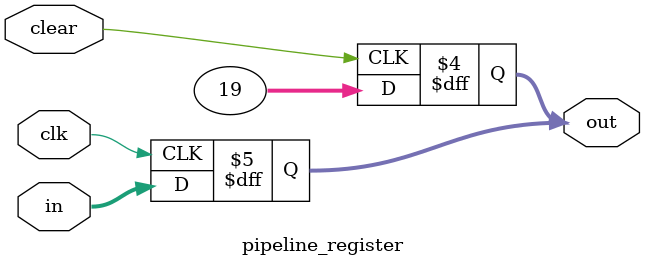
<source format=v>
module pipeline_register(clk, in, clear, out);
	input clk, clear;
	input [31:0] in;
	output reg [31:0] out;

	// is it important for PC updating?
	initial begin
		out <= 32'b00000000000000000000000000010011;
	end

	always @ (posedge clk) begin
		out <= in;
	end

	always @ (posedge clear) begin
		// Nop
		out <= 32'b00000000000000000000000000010011;
	end

endmodule

</source>
